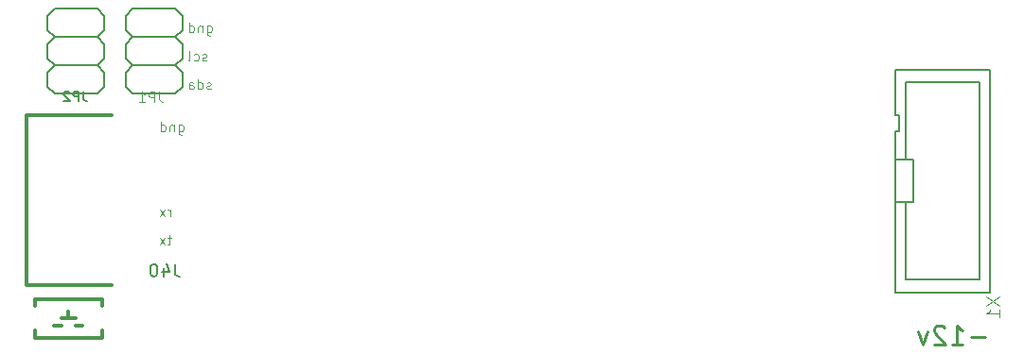
<source format=gbr>
%TF.GenerationSoftware,KiCad,Pcbnew,6.0.11*%
%TF.CreationDate,2023-03-20T20:23:43+01:00*%
%TF.ProjectId,teletype-180824-no-slots,74656c65-7479-4706-952d-313830383234,rev?*%
%TF.SameCoordinates,Original*%
%TF.FileFunction,Legend,Bot*%
%TF.FilePolarity,Positive*%
%FSLAX46Y46*%
G04 Gerber Fmt 4.6, Leading zero omitted, Abs format (unit mm)*
G04 Created by KiCad (PCBNEW 6.0.11) date 2023-03-20 20:23:43*
%MOMM*%
%LPD*%
G01*
G04 APERTURE LIST*
%ADD10C,0.121920*%
%ADD11C,0.231648*%
%ADD12C,0.140208*%
%ADD13C,0.137160*%
%ADD14C,0.093472*%
%ADD15C,0.114300*%
%ADD16C,0.304800*%
%ADD17C,0.152400*%
%ADD18C,0.203200*%
G04 APERTURE END LIST*
D10*
X120841008Y-119369779D02*
X120755857Y-119412354D01*
X120585556Y-119412354D01*
X120500406Y-119369779D01*
X120457830Y-119284629D01*
X120457830Y-119242053D01*
X120500406Y-119156903D01*
X120585556Y-119114328D01*
X120713282Y-119114328D01*
X120798432Y-119071752D01*
X120841008Y-118986602D01*
X120841008Y-118944027D01*
X120798432Y-118858876D01*
X120713282Y-118816301D01*
X120585556Y-118816301D01*
X120500406Y-118858876D01*
X119691476Y-119369779D02*
X119776627Y-119412354D01*
X119946928Y-119412354D01*
X120032078Y-119369779D01*
X120074653Y-119327204D01*
X120117228Y-119242053D01*
X120117228Y-118986602D01*
X120074653Y-118901451D01*
X120032078Y-118858876D01*
X119946928Y-118816301D01*
X119776627Y-118816301D01*
X119691476Y-118858876D01*
X119180573Y-119412354D02*
X119265724Y-119369779D01*
X119308299Y-119284629D01*
X119308299Y-118518274D01*
X120883583Y-116276301D02*
X120883583Y-117000080D01*
X120926158Y-117085230D01*
X120968733Y-117127806D01*
X121053884Y-117170381D01*
X121181609Y-117170381D01*
X121266760Y-117127806D01*
X120883583Y-116829779D02*
X120968733Y-116872354D01*
X121139034Y-116872354D01*
X121224185Y-116829779D01*
X121266760Y-116787204D01*
X121309335Y-116702053D01*
X121309335Y-116446602D01*
X121266760Y-116361451D01*
X121224185Y-116318876D01*
X121139034Y-116276301D01*
X120968733Y-116276301D01*
X120883583Y-116318876D01*
X120457830Y-116276301D02*
X120457830Y-116872354D01*
X120457830Y-116361451D02*
X120415255Y-116318876D01*
X120330105Y-116276301D01*
X120202379Y-116276301D01*
X120117228Y-116318876D01*
X120074653Y-116404027D01*
X120074653Y-116872354D01*
X119265724Y-116872354D02*
X119265724Y-115978274D01*
X119265724Y-116829779D02*
X119350874Y-116872354D01*
X119521175Y-116872354D01*
X119606326Y-116829779D01*
X119648901Y-116787204D01*
X119691476Y-116702053D01*
X119691476Y-116446602D01*
X119648901Y-116361451D01*
X119606326Y-116318876D01*
X119521175Y-116276301D01*
X119350874Y-116276301D01*
X119265724Y-116318876D01*
X121224185Y-121909779D02*
X121139034Y-121952354D01*
X120968733Y-121952354D01*
X120883583Y-121909779D01*
X120841008Y-121824629D01*
X120841008Y-121782053D01*
X120883583Y-121696903D01*
X120968733Y-121654328D01*
X121096459Y-121654328D01*
X121181609Y-121611752D01*
X121224185Y-121526602D01*
X121224185Y-121484027D01*
X121181609Y-121398876D01*
X121096459Y-121356301D01*
X120968733Y-121356301D01*
X120883583Y-121398876D01*
X120074653Y-121952354D02*
X120074653Y-121058274D01*
X120074653Y-121909779D02*
X120159804Y-121952354D01*
X120330105Y-121952354D01*
X120415255Y-121909779D01*
X120457830Y-121867204D01*
X120500406Y-121782053D01*
X120500406Y-121526602D01*
X120457830Y-121441451D01*
X120415255Y-121398876D01*
X120330105Y-121356301D01*
X120159804Y-121356301D01*
X120074653Y-121398876D01*
X119265724Y-121952354D02*
X119265724Y-121484027D01*
X119308299Y-121398876D01*
X119393449Y-121356301D01*
X119563750Y-121356301D01*
X119648901Y-121398876D01*
X119265724Y-121909779D02*
X119350874Y-121952354D01*
X119563750Y-121952354D01*
X119648901Y-121909779D01*
X119691476Y-121824629D01*
X119691476Y-121739478D01*
X119648901Y-121654328D01*
X119563750Y-121611752D01*
X119350874Y-121611752D01*
X119265724Y-121569177D01*
X117577228Y-133382354D02*
X117577228Y-132786301D01*
X117577228Y-132956602D02*
X117534653Y-132871451D01*
X117492078Y-132828876D01*
X117406928Y-132786301D01*
X117321777Y-132786301D01*
X117108901Y-133382354D02*
X116640573Y-132786301D01*
X117108901Y-132786301D02*
X116640573Y-133382354D01*
X117662379Y-135326301D02*
X117321777Y-135326301D01*
X117534653Y-135028274D02*
X117534653Y-135794629D01*
X117492078Y-135879779D01*
X117406928Y-135922354D01*
X117321777Y-135922354D01*
X117108901Y-135922354D02*
X116640573Y-135326301D01*
X117108901Y-135326301D02*
X116640573Y-135922354D01*
X118343583Y-125166301D02*
X118343583Y-125890080D01*
X118386158Y-125975230D01*
X118428733Y-126017806D01*
X118513884Y-126060381D01*
X118641609Y-126060381D01*
X118726760Y-126017806D01*
X118343583Y-125719779D02*
X118428733Y-125762354D01*
X118599034Y-125762354D01*
X118684185Y-125719779D01*
X118726760Y-125677204D01*
X118769335Y-125592053D01*
X118769335Y-125336602D01*
X118726760Y-125251451D01*
X118684185Y-125208876D01*
X118599034Y-125166301D01*
X118428733Y-125166301D01*
X118343583Y-125208876D01*
X117917830Y-125166301D02*
X117917830Y-125762354D01*
X117917830Y-125251451D02*
X117875255Y-125208876D01*
X117790105Y-125166301D01*
X117662379Y-125166301D01*
X117577228Y-125208876D01*
X117534653Y-125294027D01*
X117534653Y-125762354D01*
X116725724Y-125762354D02*
X116725724Y-124868274D01*
X116725724Y-125719779D02*
X116810874Y-125762354D01*
X116981175Y-125762354D01*
X117066326Y-125719779D01*
X117108901Y-125677204D01*
X117151476Y-125592053D01*
X117151476Y-125336602D01*
X117108901Y-125251451D01*
X117066326Y-125208876D01*
X116981175Y-125166301D01*
X116810874Y-125166301D01*
X116725724Y-125208876D01*
D11*
X190491064Y-144185313D02*
X189196776Y-144185313D01*
X187498024Y-144832457D02*
X188468740Y-144832457D01*
X187983382Y-144832457D02*
X187983382Y-143133705D01*
X188145168Y-143376383D01*
X188306954Y-143538169D01*
X188468740Y-143619062D01*
X186850881Y-143295490D02*
X186769988Y-143214598D01*
X186608202Y-143133705D01*
X186203737Y-143133705D01*
X186041951Y-143214598D01*
X185961058Y-143295490D01*
X185880165Y-143457276D01*
X185880165Y-143619062D01*
X185961058Y-143861741D01*
X186931774Y-144832457D01*
X185880165Y-144832457D01*
X185313915Y-143699955D02*
X184909450Y-144832457D01*
X184504985Y-143699955D01*
D12*
%TO.C,J40*%
X117993218Y-137627154D02*
X117993218Y-138434148D01*
X118047017Y-138595547D01*
X118154616Y-138703146D01*
X118316015Y-138756946D01*
X118423615Y-138756946D01*
X116971025Y-138003751D02*
X116971025Y-138756946D01*
X117240023Y-137573354D02*
X117509021Y-138380349D01*
X116809626Y-138380349D01*
X116164031Y-137627154D02*
X116056431Y-137627154D01*
X115948832Y-137680954D01*
X115895032Y-137734753D01*
X115841233Y-137842352D01*
X115787433Y-138057551D01*
X115787433Y-138326549D01*
X115841233Y-138541747D01*
X115895032Y-138649347D01*
X115948832Y-138703146D01*
X116056431Y-138756946D01*
X116164031Y-138756946D01*
X116271630Y-138703146D01*
X116325429Y-138649347D01*
X116379229Y-138541747D01*
X116433029Y-138326549D01*
X116433029Y-138057551D01*
X116379229Y-137842352D01*
X116325429Y-137734753D01*
X116271630Y-137680954D01*
X116164031Y-137627154D01*
D13*
%TO.C,JP2*%
X109799132Y-122130880D02*
X109799132Y-122758623D01*
X109840981Y-122884171D01*
X109924680Y-122967870D01*
X110050229Y-123009720D01*
X110133928Y-123009720D01*
X109380636Y-123009720D02*
X109380636Y-122130880D01*
X109045840Y-122130880D01*
X108962141Y-122172730D01*
X108920292Y-122214579D01*
X108878442Y-122298278D01*
X108878442Y-122423827D01*
X108920292Y-122507526D01*
X108962141Y-122549375D01*
X109045840Y-122591225D01*
X109380636Y-122591225D01*
X108543646Y-122214579D02*
X108501796Y-122172730D01*
X108418097Y-122130880D01*
X108208850Y-122130880D01*
X108125151Y-122172730D01*
X108083301Y-122214579D01*
X108041452Y-122298278D01*
X108041452Y-122381977D01*
X108083301Y-122507526D01*
X108585495Y-123009720D01*
X108041452Y-123009720D01*
D14*
%TO.C,X1*%
X190606310Y-140572182D02*
X191782838Y-141356534D01*
X190606310Y-141356534D02*
X191782838Y-140572182D01*
X191782838Y-142421011D02*
X191782838Y-141748710D01*
X191782838Y-142084861D02*
X190606310Y-142084861D01*
X190774386Y-141972810D01*
X190886436Y-141860760D01*
X190942461Y-141748710D01*
D15*
%TO.C,JP1*%
X116578047Y-122194561D02*
X116578047Y-122838633D01*
X116620985Y-122967447D01*
X116706861Y-123053323D01*
X116835675Y-123096261D01*
X116921552Y-123096261D01*
X116148666Y-123096261D02*
X116148666Y-122194561D01*
X115805161Y-122194561D01*
X115719285Y-122237500D01*
X115676347Y-122280438D01*
X115633409Y-122366314D01*
X115633409Y-122495128D01*
X115676347Y-122581004D01*
X115719285Y-122623942D01*
X115805161Y-122666880D01*
X116148666Y-122666880D01*
X114774647Y-123096261D02*
X115289904Y-123096261D01*
X115032275Y-123096261D02*
X115032275Y-122194561D01*
X115118152Y-122323376D01*
X115204028Y-122409252D01*
X115289904Y-122452190D01*
D16*
%TO.C,SW40*%
X108471968Y-141867891D02*
X108471968Y-142502891D01*
X108471968Y-142502891D02*
X107836968Y-142502891D01*
X109106968Y-142502891D02*
X108471968Y-142502891D01*
X107836968Y-143137891D02*
X107201968Y-143137891D01*
X109741968Y-143137891D02*
X109106968Y-143137891D01*
X105455668Y-141391591D02*
X105455668Y-140756591D01*
X105455668Y-144249191D02*
X105455668Y-143614191D01*
X111488268Y-144249191D02*
X105455668Y-144249191D01*
X111488268Y-143614191D02*
X111488268Y-144249191D01*
X111488268Y-140756591D02*
X111488268Y-141391591D01*
X105455668Y-140756591D02*
X111488268Y-140756591D01*
%TO.C,J40*%
X104686100Y-139515850D02*
X112306100Y-139515850D01*
X104686100Y-124275850D02*
X104686100Y-139515850D01*
X112306100Y-124275850D02*
X104686100Y-124275850D01*
D17*
%TO.C,JP2*%
X106591100Y-116655850D02*
X106591100Y-115385850D01*
X111036100Y-114750850D02*
X107226100Y-114750850D01*
X111671100Y-115385850D02*
X111036100Y-114750850D01*
X111671100Y-116655850D02*
X111671100Y-115385850D01*
X111036100Y-117290850D02*
X111671100Y-116655850D01*
X106591100Y-115385850D02*
X107226100Y-114750850D01*
X107226100Y-117290850D02*
X106591100Y-116655850D01*
X106591100Y-121735850D02*
X106591100Y-120465850D01*
X106591100Y-119195850D02*
X106591100Y-117925850D01*
X111036100Y-117290850D02*
X107226100Y-117290850D01*
X111036100Y-119830850D02*
X107226100Y-119830850D01*
X111671100Y-117925850D02*
X111036100Y-117290850D01*
X111671100Y-119195850D02*
X111671100Y-117925850D01*
X111036100Y-119830850D02*
X111671100Y-119195850D01*
X111671100Y-120465850D02*
X111036100Y-119830850D01*
X111671100Y-121735850D02*
X111671100Y-120465850D01*
X111036100Y-122370850D02*
X111671100Y-121735850D01*
X107226100Y-122370850D02*
X111036100Y-122370850D01*
X106591100Y-117925850D02*
X107226100Y-117290850D01*
X107226100Y-119830850D02*
X106591100Y-119195850D01*
X106591100Y-120465850D02*
X107226100Y-119830850D01*
X107226100Y-122370850D02*
X106591100Y-121735850D01*
D18*
%TO.C,X1*%
X183403600Y-139058350D02*
X189953600Y-139058350D01*
X183403600Y-132066350D02*
X183403600Y-139058350D01*
X183403600Y-121308350D02*
X183403600Y-128300350D01*
X189953600Y-121308350D02*
X183403600Y-121308350D01*
X189953600Y-139058350D02*
X189953600Y-121308350D01*
X182478600Y-140183350D02*
X190878600Y-140183350D01*
X182478600Y-132066350D02*
X182478600Y-140183350D01*
X182478600Y-128300350D02*
X182478600Y-132066350D01*
X184028600Y-132066350D02*
X182478600Y-132066350D01*
X184028600Y-128300350D02*
X184028600Y-132066350D01*
X182478600Y-128300350D02*
X184028600Y-128300350D01*
X182478600Y-125724350D02*
X182478600Y-128300350D01*
X182778600Y-125724350D02*
X182478600Y-125724350D01*
X182778600Y-124245350D02*
X182778600Y-125724350D01*
X182478600Y-124245350D02*
X182778600Y-124245350D01*
X182478600Y-120183350D02*
X182478600Y-124245350D01*
X190878600Y-120183350D02*
X182478600Y-120183350D01*
X190878600Y-140183350D02*
X190878600Y-120183350D01*
D17*
%TO.C,JP1*%
X113576100Y-116655850D02*
X113576100Y-115385850D01*
X118021100Y-114750850D02*
X114211100Y-114750850D01*
X118656100Y-115385850D02*
X118021100Y-114750850D01*
X118656100Y-116655850D02*
X118656100Y-115385850D01*
X118021100Y-117290850D02*
X118656100Y-116655850D01*
X113576100Y-115385850D02*
X114211100Y-114750850D01*
X114211100Y-117290850D02*
X113576100Y-116655850D01*
X113576100Y-121735850D02*
X113576100Y-120465850D01*
X113576100Y-119195850D02*
X113576100Y-117925850D01*
X118021100Y-117290850D02*
X114211100Y-117290850D01*
X118021100Y-119830850D02*
X114211100Y-119830850D01*
X118656100Y-117925850D02*
X118021100Y-117290850D01*
X118656100Y-119195850D02*
X118656100Y-117925850D01*
X118021100Y-119830850D02*
X118656100Y-119195850D01*
X118656100Y-120465850D02*
X118021100Y-119830850D01*
X118656100Y-121735850D02*
X118656100Y-120465850D01*
X118021100Y-122370850D02*
X118656100Y-121735850D01*
X114211100Y-122370850D02*
X118021100Y-122370850D01*
X113576100Y-117925850D02*
X114211100Y-117290850D01*
X114211100Y-119830850D02*
X113576100Y-119195850D01*
X113576100Y-120465850D02*
X114211100Y-119830850D01*
X114211100Y-122370850D02*
X113576100Y-121735850D01*
%TD*%
M02*

</source>
